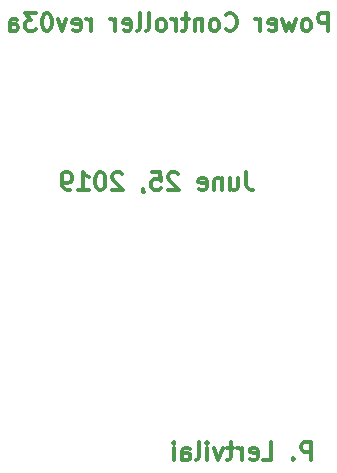
<source format=gbr>
G04 #@! TF.GenerationSoftware,KiCad,Pcbnew,(5.0.2)-1*
G04 #@! TF.CreationDate,2019-06-25T12:01:11-07:00*
G04 #@! TF.ProjectId,powerControl,706f7765-7243-46f6-9e74-726f6c2e6b69,rev?*
G04 #@! TF.SameCoordinates,Original*
G04 #@! TF.FileFunction,Legend,Bot*
G04 #@! TF.FilePolarity,Positive*
%FSLAX46Y46*%
G04 Gerber Fmt 4.6, Leading zero omitted, Abs format (unit mm)*
G04 Created by KiCad (PCBNEW (5.0.2)-1) date 6/25/2019 12:01:11 PM*
%MOMM*%
%LPD*%
G01*
G04 APERTURE LIST*
%ADD10C,0.300000*%
G04 APERTURE END LIST*
D10*
X104373428Y-80434571D02*
X104373428Y-78934571D01*
X103802000Y-78934571D01*
X103659142Y-79006000D01*
X103587714Y-79077428D01*
X103516285Y-79220285D01*
X103516285Y-79434571D01*
X103587714Y-79577428D01*
X103659142Y-79648857D01*
X103802000Y-79720285D01*
X104373428Y-79720285D01*
X102873428Y-80291714D02*
X102802000Y-80363142D01*
X102873428Y-80434571D01*
X102944857Y-80363142D01*
X102873428Y-80291714D01*
X102873428Y-80434571D01*
X100302000Y-80434571D02*
X101016285Y-80434571D01*
X101016285Y-78934571D01*
X99230571Y-80363142D02*
X99373428Y-80434571D01*
X99659142Y-80434571D01*
X99802000Y-80363142D01*
X99873428Y-80220285D01*
X99873428Y-79648857D01*
X99802000Y-79506000D01*
X99659142Y-79434571D01*
X99373428Y-79434571D01*
X99230571Y-79506000D01*
X99159142Y-79648857D01*
X99159142Y-79791714D01*
X99873428Y-79934571D01*
X98516285Y-80434571D02*
X98516285Y-79434571D01*
X98516285Y-79720285D02*
X98444857Y-79577428D01*
X98373428Y-79506000D01*
X98230571Y-79434571D01*
X98087714Y-79434571D01*
X97802000Y-79434571D02*
X97230571Y-79434571D01*
X97587714Y-78934571D02*
X97587714Y-80220285D01*
X97516285Y-80363142D01*
X97373428Y-80434571D01*
X97230571Y-80434571D01*
X96873428Y-79434571D02*
X96516285Y-80434571D01*
X96159142Y-79434571D01*
X95587714Y-80434571D02*
X95587714Y-79434571D01*
X95587714Y-78934571D02*
X95659142Y-79006000D01*
X95587714Y-79077428D01*
X95516285Y-79006000D01*
X95587714Y-78934571D01*
X95587714Y-79077428D01*
X94659142Y-80434571D02*
X94802000Y-80363142D01*
X94873428Y-80220285D01*
X94873428Y-78934571D01*
X93444857Y-80434571D02*
X93444857Y-79648857D01*
X93516285Y-79506000D01*
X93659142Y-79434571D01*
X93944857Y-79434571D01*
X94087714Y-79506000D01*
X93444857Y-80363142D02*
X93587714Y-80434571D01*
X93944857Y-80434571D01*
X94087714Y-80363142D01*
X94159142Y-80220285D01*
X94159142Y-80077428D01*
X94087714Y-79934571D01*
X93944857Y-79863142D01*
X93587714Y-79863142D01*
X93444857Y-79791714D01*
X92730571Y-80434571D02*
X92730571Y-79434571D01*
X92730571Y-78934571D02*
X92802000Y-79006000D01*
X92730571Y-79077428D01*
X92659142Y-79006000D01*
X92730571Y-78934571D01*
X92730571Y-79077428D01*
X98884428Y-56074571D02*
X98884428Y-57146000D01*
X98955857Y-57360285D01*
X99098714Y-57503142D01*
X99313000Y-57574571D01*
X99455857Y-57574571D01*
X97527285Y-56574571D02*
X97527285Y-57574571D01*
X98170142Y-56574571D02*
X98170142Y-57360285D01*
X98098714Y-57503142D01*
X97955857Y-57574571D01*
X97741571Y-57574571D01*
X97598714Y-57503142D01*
X97527285Y-57431714D01*
X96813000Y-56574571D02*
X96813000Y-57574571D01*
X96813000Y-56717428D02*
X96741571Y-56646000D01*
X96598714Y-56574571D01*
X96384428Y-56574571D01*
X96241571Y-56646000D01*
X96170142Y-56788857D01*
X96170142Y-57574571D01*
X94884428Y-57503142D02*
X95027285Y-57574571D01*
X95313000Y-57574571D01*
X95455857Y-57503142D01*
X95527285Y-57360285D01*
X95527285Y-56788857D01*
X95455857Y-56646000D01*
X95313000Y-56574571D01*
X95027285Y-56574571D01*
X94884428Y-56646000D01*
X94813000Y-56788857D01*
X94813000Y-56931714D01*
X95527285Y-57074571D01*
X93098714Y-56217428D02*
X93027285Y-56146000D01*
X92884428Y-56074571D01*
X92527285Y-56074571D01*
X92384428Y-56146000D01*
X92313000Y-56217428D01*
X92241571Y-56360285D01*
X92241571Y-56503142D01*
X92313000Y-56717428D01*
X93170142Y-57574571D01*
X92241571Y-57574571D01*
X90884428Y-56074571D02*
X91598714Y-56074571D01*
X91670142Y-56788857D01*
X91598714Y-56717428D01*
X91455857Y-56646000D01*
X91098714Y-56646000D01*
X90955857Y-56717428D01*
X90884428Y-56788857D01*
X90813000Y-56931714D01*
X90813000Y-57288857D01*
X90884428Y-57431714D01*
X90955857Y-57503142D01*
X91098714Y-57574571D01*
X91455857Y-57574571D01*
X91598714Y-57503142D01*
X91670142Y-57431714D01*
X90098714Y-57503142D02*
X90098714Y-57574571D01*
X90170142Y-57717428D01*
X90241571Y-57788857D01*
X88384428Y-56217428D02*
X88313000Y-56146000D01*
X88170142Y-56074571D01*
X87813000Y-56074571D01*
X87670142Y-56146000D01*
X87598714Y-56217428D01*
X87527285Y-56360285D01*
X87527285Y-56503142D01*
X87598714Y-56717428D01*
X88455857Y-57574571D01*
X87527285Y-57574571D01*
X86598714Y-56074571D02*
X86455857Y-56074571D01*
X86313000Y-56146000D01*
X86241571Y-56217428D01*
X86170142Y-56360285D01*
X86098714Y-56646000D01*
X86098714Y-57003142D01*
X86170142Y-57288857D01*
X86241571Y-57431714D01*
X86313000Y-57503142D01*
X86455857Y-57574571D01*
X86598714Y-57574571D01*
X86741571Y-57503142D01*
X86813000Y-57431714D01*
X86884428Y-57288857D01*
X86955857Y-57003142D01*
X86955857Y-56646000D01*
X86884428Y-56360285D01*
X86813000Y-56217428D01*
X86741571Y-56146000D01*
X86598714Y-56074571D01*
X84670142Y-57574571D02*
X85527285Y-57574571D01*
X85098714Y-57574571D02*
X85098714Y-56074571D01*
X85241571Y-56288857D01*
X85384428Y-56431714D01*
X85527285Y-56503142D01*
X83955857Y-57574571D02*
X83670142Y-57574571D01*
X83527285Y-57503142D01*
X83455857Y-57431714D01*
X83313000Y-57217428D01*
X83241571Y-56931714D01*
X83241571Y-56360285D01*
X83313000Y-56217428D01*
X83384428Y-56146000D01*
X83527285Y-56074571D01*
X83813000Y-56074571D01*
X83955857Y-56146000D01*
X84027285Y-56217428D01*
X84098714Y-56360285D01*
X84098714Y-56717428D01*
X84027285Y-56860285D01*
X83955857Y-56931714D01*
X83813000Y-57003142D01*
X83527285Y-57003142D01*
X83384428Y-56931714D01*
X83313000Y-56860285D01*
X83241571Y-56717428D01*
X105793285Y-44112571D02*
X105793285Y-42612571D01*
X105221857Y-42612571D01*
X105079000Y-42684000D01*
X105007571Y-42755428D01*
X104936142Y-42898285D01*
X104936142Y-43112571D01*
X105007571Y-43255428D01*
X105079000Y-43326857D01*
X105221857Y-43398285D01*
X105793285Y-43398285D01*
X104079000Y-44112571D02*
X104221857Y-44041142D01*
X104293285Y-43969714D01*
X104364714Y-43826857D01*
X104364714Y-43398285D01*
X104293285Y-43255428D01*
X104221857Y-43184000D01*
X104079000Y-43112571D01*
X103864714Y-43112571D01*
X103721857Y-43184000D01*
X103650428Y-43255428D01*
X103579000Y-43398285D01*
X103579000Y-43826857D01*
X103650428Y-43969714D01*
X103721857Y-44041142D01*
X103864714Y-44112571D01*
X104079000Y-44112571D01*
X103079000Y-43112571D02*
X102793285Y-44112571D01*
X102507571Y-43398285D01*
X102221857Y-44112571D01*
X101936142Y-43112571D01*
X100793285Y-44041142D02*
X100936142Y-44112571D01*
X101221857Y-44112571D01*
X101364714Y-44041142D01*
X101436142Y-43898285D01*
X101436142Y-43326857D01*
X101364714Y-43184000D01*
X101221857Y-43112571D01*
X100936142Y-43112571D01*
X100793285Y-43184000D01*
X100721857Y-43326857D01*
X100721857Y-43469714D01*
X101436142Y-43612571D01*
X100079000Y-44112571D02*
X100079000Y-43112571D01*
X100079000Y-43398285D02*
X100007571Y-43255428D01*
X99936142Y-43184000D01*
X99793285Y-43112571D01*
X99650428Y-43112571D01*
X97150428Y-43969714D02*
X97221857Y-44041142D01*
X97436142Y-44112571D01*
X97579000Y-44112571D01*
X97793285Y-44041142D01*
X97936142Y-43898285D01*
X98007571Y-43755428D01*
X98079000Y-43469714D01*
X98079000Y-43255428D01*
X98007571Y-42969714D01*
X97936142Y-42826857D01*
X97793285Y-42684000D01*
X97579000Y-42612571D01*
X97436142Y-42612571D01*
X97221857Y-42684000D01*
X97150428Y-42755428D01*
X96293285Y-44112571D02*
X96436142Y-44041142D01*
X96507571Y-43969714D01*
X96579000Y-43826857D01*
X96579000Y-43398285D01*
X96507571Y-43255428D01*
X96436142Y-43184000D01*
X96293285Y-43112571D01*
X96079000Y-43112571D01*
X95936142Y-43184000D01*
X95864714Y-43255428D01*
X95793285Y-43398285D01*
X95793285Y-43826857D01*
X95864714Y-43969714D01*
X95936142Y-44041142D01*
X96079000Y-44112571D01*
X96293285Y-44112571D01*
X95150428Y-43112571D02*
X95150428Y-44112571D01*
X95150428Y-43255428D02*
X95079000Y-43184000D01*
X94936142Y-43112571D01*
X94721857Y-43112571D01*
X94579000Y-43184000D01*
X94507571Y-43326857D01*
X94507571Y-44112571D01*
X94007571Y-43112571D02*
X93436142Y-43112571D01*
X93793285Y-42612571D02*
X93793285Y-43898285D01*
X93721857Y-44041142D01*
X93579000Y-44112571D01*
X93436142Y-44112571D01*
X92936142Y-44112571D02*
X92936142Y-43112571D01*
X92936142Y-43398285D02*
X92864714Y-43255428D01*
X92793285Y-43184000D01*
X92650428Y-43112571D01*
X92507571Y-43112571D01*
X91793285Y-44112571D02*
X91936142Y-44041142D01*
X92007571Y-43969714D01*
X92079000Y-43826857D01*
X92079000Y-43398285D01*
X92007571Y-43255428D01*
X91936142Y-43184000D01*
X91793285Y-43112571D01*
X91579000Y-43112571D01*
X91436142Y-43184000D01*
X91364714Y-43255428D01*
X91293285Y-43398285D01*
X91293285Y-43826857D01*
X91364714Y-43969714D01*
X91436142Y-44041142D01*
X91579000Y-44112571D01*
X91793285Y-44112571D01*
X90436142Y-44112571D02*
X90579000Y-44041142D01*
X90650428Y-43898285D01*
X90650428Y-42612571D01*
X89650428Y-44112571D02*
X89793285Y-44041142D01*
X89864714Y-43898285D01*
X89864714Y-42612571D01*
X88507571Y-44041142D02*
X88650428Y-44112571D01*
X88936142Y-44112571D01*
X89079000Y-44041142D01*
X89150428Y-43898285D01*
X89150428Y-43326857D01*
X89079000Y-43184000D01*
X88936142Y-43112571D01*
X88650428Y-43112571D01*
X88507571Y-43184000D01*
X88436142Y-43326857D01*
X88436142Y-43469714D01*
X89150428Y-43612571D01*
X87793285Y-44112571D02*
X87793285Y-43112571D01*
X87793285Y-43398285D02*
X87721857Y-43255428D01*
X87650428Y-43184000D01*
X87507571Y-43112571D01*
X87364714Y-43112571D01*
X85721857Y-44112571D02*
X85721857Y-43112571D01*
X85721857Y-43398285D02*
X85650428Y-43255428D01*
X85579000Y-43184000D01*
X85436142Y-43112571D01*
X85293285Y-43112571D01*
X84221857Y-44041142D02*
X84364714Y-44112571D01*
X84650428Y-44112571D01*
X84793285Y-44041142D01*
X84864714Y-43898285D01*
X84864714Y-43326857D01*
X84793285Y-43184000D01*
X84650428Y-43112571D01*
X84364714Y-43112571D01*
X84221857Y-43184000D01*
X84150428Y-43326857D01*
X84150428Y-43469714D01*
X84864714Y-43612571D01*
X83650428Y-43112571D02*
X83293285Y-44112571D01*
X82936142Y-43112571D01*
X82079000Y-42612571D02*
X81936142Y-42612571D01*
X81793285Y-42684000D01*
X81721857Y-42755428D01*
X81650428Y-42898285D01*
X81579000Y-43184000D01*
X81579000Y-43541142D01*
X81650428Y-43826857D01*
X81721857Y-43969714D01*
X81793285Y-44041142D01*
X81936142Y-44112571D01*
X82079000Y-44112571D01*
X82221857Y-44041142D01*
X82293285Y-43969714D01*
X82364714Y-43826857D01*
X82436142Y-43541142D01*
X82436142Y-43184000D01*
X82364714Y-42898285D01*
X82293285Y-42755428D01*
X82221857Y-42684000D01*
X82079000Y-42612571D01*
X81079000Y-42612571D02*
X80150428Y-42612571D01*
X80650428Y-43184000D01*
X80436142Y-43184000D01*
X80293285Y-43255428D01*
X80221857Y-43326857D01*
X80150428Y-43469714D01*
X80150428Y-43826857D01*
X80221857Y-43969714D01*
X80293285Y-44041142D01*
X80436142Y-44112571D01*
X80864714Y-44112571D01*
X81007571Y-44041142D01*
X81079000Y-43969714D01*
X78864714Y-44112571D02*
X78864714Y-43326857D01*
X78936142Y-43184000D01*
X79079000Y-43112571D01*
X79364714Y-43112571D01*
X79507571Y-43184000D01*
X78864714Y-44041142D02*
X79007571Y-44112571D01*
X79364714Y-44112571D01*
X79507571Y-44041142D01*
X79579000Y-43898285D01*
X79579000Y-43755428D01*
X79507571Y-43612571D01*
X79364714Y-43541142D01*
X79007571Y-43541142D01*
X78864714Y-43469714D01*
M02*

</source>
